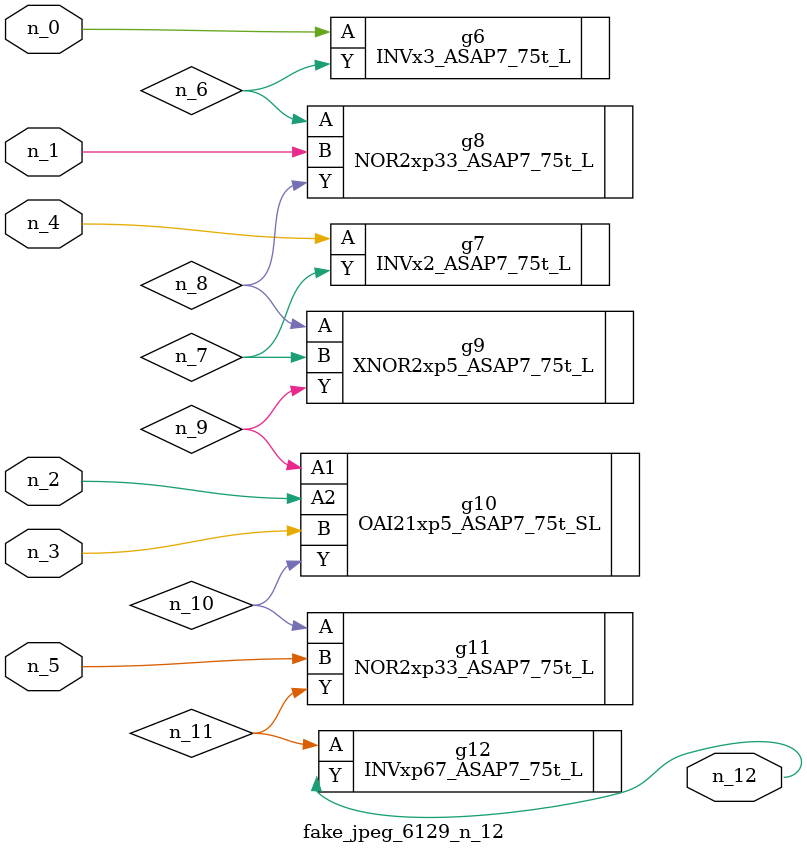
<source format=v>
module fake_jpeg_6129_n_12 (n_3, n_2, n_1, n_0, n_4, n_5, n_12);

input n_3;
input n_2;
input n_1;
input n_0;
input n_4;
input n_5;

output n_12;

wire n_11;
wire n_10;
wire n_8;
wire n_9;
wire n_6;
wire n_7;

INVx3_ASAP7_75t_L g6 ( 
.A(n_0),
.Y(n_6)
);

INVx2_ASAP7_75t_L g7 ( 
.A(n_4),
.Y(n_7)
);

NOR2xp33_ASAP7_75t_L g8 ( 
.A(n_6),
.B(n_1),
.Y(n_8)
);

XNOR2xp5_ASAP7_75t_L g9 ( 
.A(n_8),
.B(n_7),
.Y(n_9)
);

OAI21xp5_ASAP7_75t_SL g10 ( 
.A1(n_9),
.A2(n_2),
.B(n_3),
.Y(n_10)
);

NOR2xp33_ASAP7_75t_L g11 ( 
.A(n_10),
.B(n_5),
.Y(n_11)
);

INVxp67_ASAP7_75t_L g12 ( 
.A(n_11),
.Y(n_12)
);


endmodule
</source>
